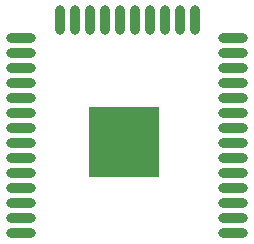
<source format=gbr>
G04 #@! TF.GenerationSoftware,KiCad,Pcbnew,(5.0.0)*
G04 #@! TF.CreationDate,2022-12-05T21:19:23-03:00*
G04 #@! TF.ProjectId,Projeto final,50726F6A65746F2066696E616C2E6B69,rev?*
G04 #@! TF.SameCoordinates,Original*
G04 #@! TF.FileFunction,Paste,Bot*
G04 #@! TF.FilePolarity,Positive*
%FSLAX46Y46*%
G04 Gerber Fmt 4.6, Leading zero omitted, Abs format (unit mm)*
G04 Created by KiCad (PCBNEW (5.0.0)) date 12/05/22 21:19:23*
%MOMM*%
%LPD*%
G01*
G04 APERTURE LIST*
%ADD10R,6.000000X6.000000*%
%ADD11O,2.500000X0.900000*%
%ADD12O,0.900000X2.500000*%
G04 APERTURE END LIST*
D10*
G04 #@! TO.C,U3*
X161040000Y-103110000D03*
D11*
X152340000Y-110810000D03*
X152340000Y-109540000D03*
X152340000Y-108270000D03*
X152340000Y-107000000D03*
X152340000Y-105730000D03*
X152340000Y-104460000D03*
X152340000Y-103190000D03*
X152340000Y-101920000D03*
X152340000Y-100650000D03*
X152340000Y-99380000D03*
X152340000Y-98110000D03*
X152340000Y-96840000D03*
X152340000Y-95570000D03*
X152340000Y-94300000D03*
D12*
X155625000Y-92810000D03*
X156895000Y-92810000D03*
X158165000Y-92810000D03*
X159435000Y-92810000D03*
X160705000Y-92810000D03*
X161975000Y-92810000D03*
X163245000Y-92810000D03*
X164515000Y-92810000D03*
X165785000Y-92810000D03*
X167055000Y-92810000D03*
D11*
X170340000Y-94300000D03*
X170340000Y-95570000D03*
X170340000Y-96840000D03*
X170340000Y-98110000D03*
X170340000Y-99380000D03*
X170340000Y-100650000D03*
X170340000Y-101920000D03*
X170340000Y-103190000D03*
X170340000Y-104460000D03*
X170340000Y-105730000D03*
X170340000Y-107000000D03*
X170340000Y-108270000D03*
X170340000Y-109540000D03*
X170340000Y-110810000D03*
G04 #@! TD*
M02*

</source>
